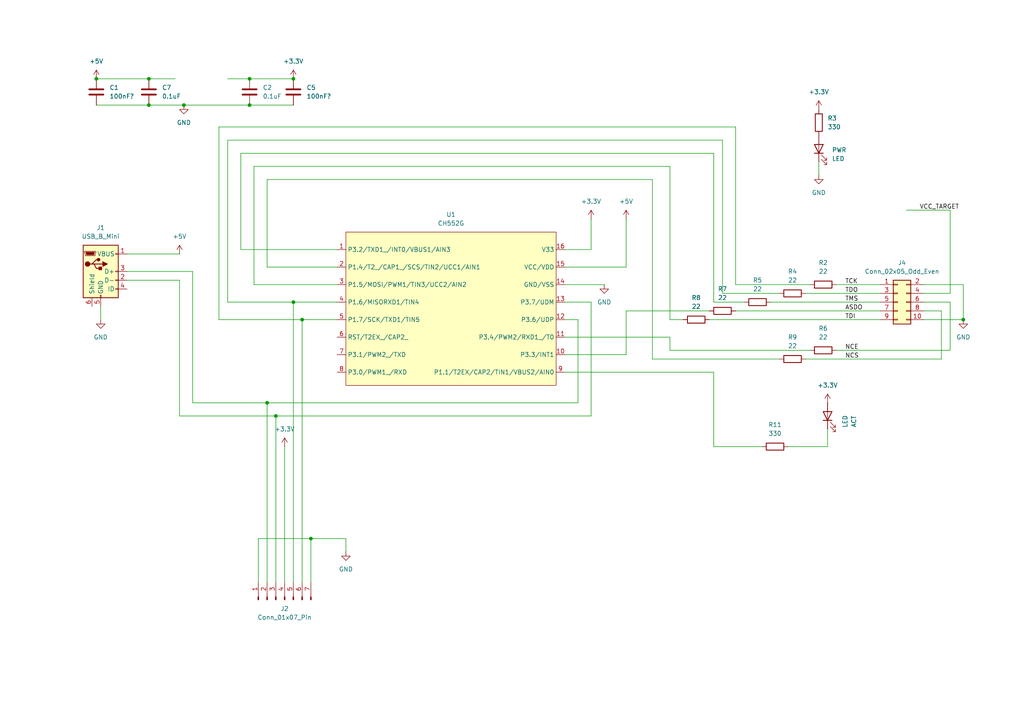
<source format=kicad_sch>
(kicad_sch (version 20250114) (generator "eeschema") (generator_version "9.0")
  (paper "A4")
  (lib_symbols
    (symbol "Connector:Conn_01x07_Pin" (pin_names (offset 1.016) (hide yes))
      (property "Reference" "J" (at 0 10.16 0))
      (property "Value" "Conn_01x07_Pin" (at 0 -10.16 0))
      (symbol "Conn_01x07_Pin_1_1"
        (rectangle (start 0.8636 7.747) (end 0 7.493) (stroke (width 0.1524)) (fill (type outline)))
        (rectangle (start 0.8636 5.207) (end 0 4.953) (stroke (width 0.1524)) (fill (type outline)))
        (rectangle (start 0.8636 2.667) (end 0 2.413) (stroke (width 0.1524)) (fill (type outline)))
        (rectangle (start 0.8636 0.127) (end 0 -0.127) (stroke (width 0.1524)) (fill (type outline)))
        (rectangle (start 0.8636 -2.413) (end 0 -2.667) (stroke (width 0.1524)) (fill (type outline)))
        (rectangle (start 0.8636 -4.953) (end 0 -5.207) (stroke (width 0.1524)) (fill (type outline)))
        (rectangle (start 0.8636 -7.493) (end 0 -7.747) (stroke (width 0.1524)) (fill (type outline)))
        (polyline (pts (xy 1.27 7.62) (xy 0.8636 7.62)) (stroke (width 0.1524)))
        (polyline (pts (xy 1.27 5.08) (xy 0.8636 5.08)) (stroke (width 0.1524)))
        (polyline (pts (xy 1.27 2.54) (xy 0.8636 2.54)) (stroke (width 0.1524)))
        (polyline (pts (xy 1.27 0) (xy 0.8636 0)) (stroke (width 0.1524)))
        (polyline (pts (xy 1.27 -2.54) (xy 0.8636 -2.54)) (stroke (width 0.1524)))
        (polyline (pts (xy 1.27 -5.08) (xy 0.8636 -5.08)) (stroke (width 0.1524)))
        (polyline (pts (xy 1.27 -7.62) (xy 0.8636 -7.62)) (stroke (width 0.1524)))
        (pin passive line (at 5.08 7.62 180) (length 3.81) (name "Pin_1") (number "1"))
        (pin passive line (at 5.08 5.08 180) (length 3.81) (name "Pin_2") (number "2"))
        (pin passive line (at 5.08 2.54 180) (length 3.81) (name "Pin_3") (number "3"))
        (pin passive line (at 5.08 0 180) (length 3.81) (name "Pin_4") (number "4"))
        (pin passive line (at 5.08 -2.54 180) (length 3.81) (name "Pin_5") (number "5"))
        (pin passive line (at 5.08 -5.08 180) (length 3.81) (name "Pin_6") (number "6"))
        (pin passive line (at 5.08 -7.62 180) (length 3.81) (name "Pin_7") (number "7"))
      )
    )
    (symbol "Connector:USB_B_Mini" (pin_names (offset 1.016))
      (property "Reference" "J" (at -5.08 11.43 0))
      (property "Value" "USB_B_Mini" (at -5.08 8.89 0))
      (symbol "USB_B_Mini_0_1"
        (rectangle (start -5.08 -7.62) (end 5.08 7.62) (stroke (width 0.254)) (fill (type background)))
        (polyline (pts (xy -4.699 5.842) (xy -4.699 5.588) (xy -4.445 4.826) (xy -4.445 4.572) (xy -1.651 4.572) (xy -1.651 4.826) (xy -1.397 5.588) (xy -1.397 5.842) (xy -4.699 5.842)))
        (polyline (pts (xy -4.318 5.588) (xy -1.778 5.588) (xy -2.032 4.826) (xy -4.064 4.826) (xy -4.318 5.588)) (fill (type outline)))
        (circle (center -3.81 2.159) (radius 0.635) (stroke (width 0.254)) (fill (type outline)))
        (polyline (pts (xy -3.175 2.159) (xy -2.54 2.159) (xy -1.27 3.429) (xy -0.635 3.429)) (stroke (width 0.254)))
        (polyline (pts (xy -2.54 2.159) (xy -1.905 2.159) (xy -1.27 0.889) (xy 0 0.889)) (stroke (width 0.254)))
        (polyline (pts (xy -1.905 2.159) (xy 0.635 2.159)) (stroke (width 0.254)))
        (circle (center -0.635 3.429) (radius 0.381) (stroke (width 0.254)) (fill (type outline)))
        (rectangle (start -0.127 -7.62) (end 0.127 -6.858))
        (rectangle (start 0.254 1.27) (end -0.508 0.508) (stroke (width 0.254)) (fill (type outline)))
        (polyline (pts (xy 0.635 2.794) (xy 0.635 1.524) (xy 1.905 2.159) (xy 0.635 2.794)) (stroke (width 0.254)) (fill (type outline)))
        (rectangle (start 5.08 4.953) (end 4.318 5.207))
        (rectangle (start 5.08 -0.127) (end 4.318 0.127))
        (rectangle (start 5.08 -2.667) (end 4.318 -2.413))
        (rectangle (start 5.08 -5.207) (end 4.318 -4.953))
      )
      (symbol "USB_B_Mini_1_1"
        (pin passive line (at -2.54 -10.16 90) (length 2.54) (name "Shield") (number "6"))
        (pin power_out line (at 0 -10.16 90) (length 2.54) (name "GND") (number "5"))
        (pin power_out line (at 7.62 5.08 180) (length 2.54) (name "VBUS") (number "1"))
        (pin bidirectional line (at 7.62 0 180) (length 2.54) (name "D+") (number "3"))
        (pin bidirectional line (at 7.62 -2.54 180) (length 2.54) (name "D-") (number "2"))
        (pin passive line (at 7.62 -5.08 180) (length 2.54) (name "ID") (number "4"))
      )
    )
    (symbol "Connector_Generic:Conn_02x05_Odd_Even" (pin_names (offset 1.016) (hide yes))
      (property "Reference" "J" (at 1.27 7.62 0))
      (property "Value" "Conn_02x05_Odd_Even" (at 1.27 -7.62 0))
      (symbol "Conn_02x05_Odd_Even_1_1"
        (rectangle (start -1.27 6.35) (end 3.81 -6.35) (stroke (width 0.254)) (fill (type background)))
        (rectangle (start -1.27 5.207) (end 0 4.953) (stroke (width 0.1524)))
        (rectangle (start -1.27 2.667) (end 0 2.413) (stroke (width 0.1524)))
        (rectangle (start -1.27 0.127) (end 0 -0.127) (stroke (width 0.1524)))
        (rectangle (start -1.27 -2.413) (end 0 -2.667) (stroke (width 0.1524)))
        (rectangle (start -1.27 -4.953) (end 0 -5.207) (stroke (width 0.1524)))
        (rectangle (start 3.81 5.207) (end 2.54 4.953) (stroke (width 0.1524)))
        (rectangle (start 3.81 2.667) (end 2.54 2.413) (stroke (width 0.1524)))
        (rectangle (start 3.81 0.127) (end 2.54 -0.127) (stroke (width 0.1524)))
        (rectangle (start 3.81 -2.413) (end 2.54 -2.667) (stroke (width 0.1524)))
        (rectangle (start 3.81 -4.953) (end 2.54 -5.207) (stroke (width 0.1524)))
        (pin passive line (at -5.08 5.08 0) (length 3.81) (name "Pin_1") (number "1"))
        (pin passive line (at -5.08 2.54 0) (length 3.81) (name "Pin_3") (number "3"))
        (pin passive line (at -5.08 0 0) (length 3.81) (name "Pin_5") (number "5"))
        (pin passive line (at -5.08 -2.54 0) (length 3.81) (name "Pin_7") (number "7"))
        (pin passive line (at -5.08 -5.08 0) (length 3.81) (name "Pin_9") (number "9"))
        (pin passive line (at 7.62 5.08 180) (length 3.81) (name "Pin_2") (number "2"))
        (pin passive line (at 7.62 2.54 180) (length 3.81) (name "Pin_4") (number "4"))
        (pin passive line (at 7.62 0 180) (length 3.81) (name "Pin_6") (number "6"))
        (pin passive line (at 7.62 -2.54 180) (length 3.81) (name "Pin_8") (number "8"))
        (pin passive line (at 7.62 -5.08 180) (length 3.81) (name "Pin_10") (number "10"))
      )
    )
    (symbol "Device:C" (pin_numbers (hide yes)) (pin_names (offset 0.254))
      (property "Reference" "C" (at 0.635 2.54 0))
      (property "Value" "C" (at 0.635 -2.54 0))
      (symbol "C_0_1"
        (polyline (pts (xy -2.032 0.762) (xy 2.032 0.762)) (stroke (width 0.508)))
        (polyline (pts (xy -2.032 -0.762) (xy 2.032 -0.762)) (stroke (width 0.508)))
      )
      (symbol "C_1_1"
        (pin passive line (at 0 3.81 270) (length 2.794) (name "~") (number "1"))
        (pin passive line (at 0 -3.81 90) (length 2.794) (name "~") (number "2"))
      )
    )
    (symbol "Device:LED" (pin_numbers (hide yes)) (pin_names (offset 1.016) (hide yes))
      (property "Reference" "D" (at 0 2.54 0))
      (property "Value" "LED" (at 0 -2.54 0))
      (symbol "LED_0_1"
        (polyline (pts (xy -3.048 -0.762) (xy -4.572 -2.286) (xy -3.81 -2.286) (xy -4.572 -2.286) (xy -4.572 -1.524)))
        (polyline (pts (xy -1.778 -0.762) (xy -3.302 -2.286) (xy -2.54 -2.286) (xy -3.302 -2.286) (xy -3.302 -1.524)))
        (polyline (pts (xy -1.27 0) (xy 1.27 0)))
        (polyline (pts (xy -1.27 -1.27) (xy -1.27 1.27)) (stroke (width 0.254)))
        (polyline (pts (xy 1.27 -1.27) (xy 1.27 1.27) (xy -1.27 0) (xy 1.27 -1.27)) (stroke (width 0.254)))
      )
      (symbol "LED_1_1"
        (pin passive line (at -3.81 0 0) (length 2.54) (name "K") (number "1"))
        (pin passive line (at 3.81 0 180) (length 2.54) (name "A") (number "2"))
      )
    )
    (symbol "Device:R" (pin_numbers (hide yes)) (pin_names (offset 0))
      (property "Reference" "R" (at 2.032 0 90))
      (property "Value" "R" (at 0 0 90))
      (symbol "R_0_1"
        (rectangle (start -1.016 -2.54) (end 1.016 2.54) (stroke (width 0.254)))
      )
      (symbol "R_1_1"
        (pin passive line (at 0 3.81 270) (length 1.27) (name "~") (number "1"))
        (pin passive line (at 0 -3.81 90) (length 1.27) (name "~") (number "2"))
      )
    )
    (symbol "power:+3.3V" (power) (pin_numbers (hide yes)) (pin_names (offset 0) (hide yes))
      (property "Value" "+3.3V" (at 0 3.556 0))
      (symbol "+3.3V_0_1"
        (polyline (pts (xy -0.762 1.27) (xy 0 2.54)))
        (polyline (pts (xy 0 2.54) (xy 0.762 1.27)))
        (polyline (pts (xy 0 0) (xy 0 2.54)))
      )
      (symbol "+3.3V_1_1"
        (pin power_in line (at 0 0 90) (length 0) (name "~") (number "1"))
      )
    )
    (symbol "power:+5V" (power) (pin_numbers (hide yes)) (pin_names (offset 0) (hide yes))
      (property "Value" "+5V" (at 0 3.556 0))
      (symbol "+5V_0_1"
        (polyline (pts (xy -0.762 1.27) (xy 0 2.54)))
        (polyline (pts (xy 0 2.54) (xy 0.762 1.27)))
        (polyline (pts (xy 0 0) (xy 0 2.54)))
      )
      (symbol "+5V_1_1"
        (pin power_in line (at 0 0 90) (length 0) (name "~") (number "1"))
      )
    )
    (symbol "power:GND" (power) (pin_numbers (hide yes)) (pin_names (offset 0) (hide yes))
      (property "Value" "GND" (at 0 -3.81 0))
      (symbol "GND_0_1"
        (polyline (pts (xy 0 0) (xy 0 -1.27) (xy 1.27 -1.27) (xy 0 -2.54) (xy -1.27 -1.27) (xy 0 -1.27)))
      )
      (symbol "GND_1_1"
        (pin power_in line (at 0 0 270) (length 0) (name "~") (number "1"))
      )
    )
    (symbol "wch-mcu:CH552G"
      (property "Reference" "U" (at 0 27.94 0))
      (property "Value" "CH552G" (at 0 30.48 0))
      (symbol "CH552G_0_1"
        (rectangle (start -30.48 25.4) (end 30.48 -19.05) (stroke (width 0.1524)) (fill (type background)))
      )
      (symbol "CH552G_1_1"
        (pin bidirectional line (at -33.02 20.32 0) (length 2.54) (name "P3.2/TXD1_/INT0/VBUS1/AIN3") (number "1"))
        (pin bidirectional line (at -33.02 15.24 0) (length 2.54) (name "P1.4/T2_/CAP1_/SCS/TIN2/UCC1/AIN1") (number "2"))
        (pin bidirectional line (at -33.02 10.16 0) (length 2.54) (name "P1.5/MOSI/PWM1/TIN3/UCC2/AIN2") (number "3"))
        (pin bidirectional line (at -33.02 5.08 0) (length 2.54) (name "P1.6/MISORXD1/TIN4") (number "4"))
        (pin bidirectional line (at -33.02 0 0) (length 2.54) (name "P1.7/SCK/TXD1/TIN5") (number "5"))
        (pin bidirectional line (at -33.02 -5.08 0) (length 2.54) (name "RST/T2EX_/CAP2_") (number "6"))
        (pin bidirectional line (at -33.02 -10.16 0) (length 2.54) (name "P3.1/PWM2_/TXD") (number "7"))
        (pin bidirectional line (at -33.02 -15.24 0) (length 2.54) (name "P3.0/PWM1_/RXD") (number "8"))
        (pin power_out line (at 33.02 20.32 180) (length 2.54) (name "V33") (number "16"))
        (pin power_in line (at 33.02 15.24 180) (length 2.54) (name "VCC/VDD") (number "15"))
        (pin passive line (at 33.02 10.16 180) (length 2.54) (name "GND/VSS") (number "14"))
        (pin bidirectional line (at 33.02 5.08 180) (length 2.54) (name "P3.7/UDM") (number "13"))
        (pin bidirectional line (at 33.02 0 180) (length 2.54) (name "P3.6/UDP") (number "12"))
        (pin bidirectional line (at 33.02 -5.08 180) (length 2.54) (name "P3.4/PWM2/RXD1_/T0") (number "11"))
        (pin bidirectional line (at 33.02 -10.16 180) (length 2.54) (name "P3.3/INT1") (number "10"))
        (pin bidirectional line (at 33.02 -15.24 180) (length 2.54) (name "P1.1/T2EX/CAP2/TIN1/VBUS2/AIN0") (number "9"))
      )
    )
  )
  (junction (at 85.09 87.63))
  (junction (at 90.17 156.21))
  (junction (at 27.94 22.86))
  (junction (at 85.09 22.86))
  (junction (at 43.18 30.48))
  (junction (at 53.34 30.48))
  (junction (at 279.4 92.71))
  (junction (at 72.39 22.86))
  (junction (at 87.63 92.71))
  (junction (at 77.47 116.84))
  (junction (at 80.01 120.65))
  (junction (at 43.18 22.86))
  (junction (at 72.39 30.48))
  (wire (pts (xy 267.97 82.55) (xy 279.4 82.55)))
  (wire (pts (xy 63.5 36.83) (xy 213.36 36.83)))
  (wire (pts (xy 167.64 92.71) (xy 163.83 92.71)))
  (wire (pts (xy 29.21 88.9) (xy 29.21 92.71)))
  (wire (pts (xy 77.47 116.84) (xy 167.64 116.84)))
  (wire (pts (xy 66.04 22.86) (xy 72.39 22.86)))
  (wire (pts (xy 87.63 92.71) (xy 63.5 92.71)))
  (wire (pts (xy 90.17 168.91) (xy 90.17 156.21)))
  (wire (pts (xy 223.52 87.63) (xy 255.27 87.63)))
  (wire (pts (xy 215.9 87.63) (xy 207.01 87.63)))
  (wire (pts (xy 69.85 44.45) (xy 69.85 72.39)))
  (wire (pts (xy 205.74 92.71) (xy 255.27 92.71)))
  (wire (pts (xy 171.45 87.63) (xy 171.45 120.65)))
  (wire (pts (xy 90.17 156.21) (xy 100.33 156.21)))
  (wire (pts (xy 69.85 72.39) (xy 97.79 72.39)))
  (wire (pts (xy 66.04 40.64) (xy 66.04 87.63)))
  (wire (pts (xy 27.94 22.86) (xy 43.18 22.86)))
  (wire (pts (xy 72.39 22.86) (xy 85.09 22.86)))
  (wire (pts (xy 267.97 87.63) (xy 275.59 87.63)))
  (wire (pts (xy 275.59 87.63) (xy 275.59 101.6)))
  (wire (pts (xy 85.09 168.91) (xy 85.09 87.63)))
  (wire (pts (xy 279.4 82.55) (xy 279.4 92.71)))
  (wire (pts (xy 262.89 60.96) (xy 275.59 60.96)))
  (wire (pts (xy 207.01 87.63) (xy 207.01 44.45)))
  (wire (pts (xy 74.93 156.21) (xy 90.17 156.21)))
  (wire (pts (xy 213.36 36.83) (xy 213.36 82.55)))
  (wire (pts (xy 77.47 77.47) (xy 77.47 52.07)))
  (wire (pts (xy 77.47 52.07) (xy 189.23 52.07)))
  (wire (pts (xy 194.31 92.71) (xy 194.31 48.26)))
  (wire (pts (xy 213.36 82.55) (xy 234.95 82.55)))
  (wire (pts (xy 80.01 120.65) (xy 80.01 168.91)))
  (wire (pts (xy 267.97 85.09) (xy 275.59 85.09)))
  (wire (pts (xy 171.45 120.65) (xy 80.01 120.65)))
  (wire (pts (xy 163.83 77.47) (xy 181.61 77.47)))
  (wire (pts (xy 82.55 129.54) (xy 82.55 168.91)))
  (wire (pts (xy 207.01 129.54) (xy 220.98 129.54)))
  (wire (pts (xy 63.5 92.71) (xy 63.5 36.83)))
  (wire (pts (xy 73.66 82.55) (xy 97.79 82.55)))
  (wire (pts (xy 213.36 90.17) (xy 255.27 90.17)))
  (wire (pts (xy 52.07 81.28) (xy 36.83 81.28)))
  (wire (pts (xy 228.6 129.54) (xy 240.03 129.54)))
  (wire (pts (xy 163.83 87.63) (xy 171.45 87.63)))
  (wire (pts (xy 275.59 85.09) (xy 275.59 60.96)))
  (wire (pts (xy 27.94 30.48) (xy 43.18 30.48)))
  (wire (pts (xy 194.31 101.6) (xy 234.95 101.6)))
  (wire (pts (xy 242.57 82.55) (xy 255.27 82.55)))
  (wire (pts (xy 36.83 78.74) (xy 55.88 78.74)))
  (wire (pts (xy 43.18 30.48) (xy 53.34 30.48)))
  (wire (pts (xy 52.07 120.65) (xy 52.07 81.28)))
  (wire (pts (xy 80.01 120.65) (xy 52.07 120.65)))
  (wire (pts (xy 273.05 90.17) (xy 273.05 104.14)))
  (wire (pts (xy 240.03 124.46) (xy 240.03 129.54)))
  (wire (pts (xy 55.88 116.84) (xy 77.47 116.84)))
  (wire (pts (xy 163.83 72.39) (xy 171.45 72.39)))
  (wire (pts (xy 72.39 30.48) (xy 85.09 30.48)))
  (wire (pts (xy 267.97 90.17) (xy 273.05 90.17)))
  (wire (pts (xy 85.09 87.63) (xy 97.79 87.63)))
  (wire (pts (xy 226.06 85.09) (xy 209.55 85.09)))
  (wire (pts (xy 194.31 97.79) (xy 194.31 101.6)))
  (wire (pts (xy 87.63 92.71) (xy 87.63 168.91)))
  (wire (pts (xy 73.66 48.26) (xy 73.66 82.55)))
  (wire (pts (xy 189.23 52.07) (xy 189.23 104.14)))
  (wire (pts (xy 77.47 116.84) (xy 77.47 168.91)))
  (wire (pts (xy 163.83 82.55) (xy 175.26 82.55)))
  (wire (pts (xy 181.61 102.87) (xy 163.83 102.87)))
  (wire (pts (xy 55.88 78.74) (xy 55.88 116.84)))
  (wire (pts (xy 97.79 77.47) (xy 77.47 77.47)))
  (wire (pts (xy 181.61 63.5) (xy 181.61 77.47)))
  (wire (pts (xy 163.83 107.95) (xy 207.01 107.95)))
  (wire (pts (xy 43.18 22.86) (xy 50.8 22.86)))
  (wire (pts (xy 194.31 48.26) (xy 73.66 48.26)))
  (wire (pts (xy 167.64 116.84) (xy 167.64 92.71)))
  (wire (pts (xy 171.45 63.5) (xy 171.45 72.39)))
  (wire (pts (xy 275.59 101.6) (xy 242.57 101.6)))
  (wire (pts (xy 198.12 92.71) (xy 194.31 92.71)))
  (wire (pts (xy 181.61 90.17) (xy 181.61 102.87)))
  (wire (pts (xy 100.33 156.21) (xy 100.33 160.02)))
  (wire (pts (xy 207.01 44.45) (xy 69.85 44.45)))
  (wire (pts (xy 267.97 92.71) (xy 279.4 92.71)))
  (wire (pts (xy 163.83 97.79) (xy 194.31 97.79)))
  (wire (pts (xy 237.49 46.99) (xy 237.49 50.8)))
  (wire (pts (xy 97.79 92.71) (xy 87.63 92.71)))
  (wire (pts (xy 273.05 104.14) (xy 233.68 104.14)))
  (wire (pts (xy 36.83 73.66) (xy 52.07 73.66)))
  (wire (pts (xy 209.55 85.09) (xy 209.55 40.64)))
  (wire (pts (xy 189.23 104.14) (xy 226.06 104.14)))
  (wire (pts (xy 66.04 87.63) (xy 85.09 87.63)))
  (wire (pts (xy 205.74 90.17) (xy 181.61 90.17)))
  (wire (pts (xy 233.68 85.09) (xy 255.27 85.09)))
  (wire (pts (xy 53.34 30.48) (xy 72.39 30.48)))
  (wire (pts (xy 209.55 40.64) (xy 66.04 40.64)))
  (wire (pts (xy 74.93 168.91) (xy 74.93 156.21)))
  (wire (pts (xy 207.01 107.95) (xy 207.01 129.54)))
  (label "VCC_TARGET" (at 266.7 60.96 0))
  (label "NCS" (at 245.11 104.14 0))
  (label "TDI" (at 245.11 92.71 0))
  (label "NCE" (at 245.11 101.6 0))
  (label "ASDO" (at 245.11 90.17 0))
  (label "TCK" (at 245.11 82.55 0))
  (label "TDO" (at 245.11 85.09 0))
  (label "TMS" (at 245.11 87.63 0))
  (symbol (lib_id "Device:LED") (at 240.03 120.65 90) (unit 1)
    (property "Reference" "ACT" (at 247.65 122.2375 0))
    (property "Value" "LED" (at 245.11 122.2375 0))
    (property "Description" "Light emitting diode" (effects (hide yes)))
    (property "Sim.Pins" "1=K 2=A" (effects (hide yes)))
  )
  (symbol (lib_id "Device:R") (at 229.87 85.09 90) (unit 1)
    (property "Reference" "R4" (at 229.87 78.74 90))
    (property "Value" "22" (at 229.87 81.28 90))
    (property "Description" "Resistor" (effects (hide yes)))
  )
  (symbol (lib_id "Connector:Conn_01x07_Pin") (at 82.55 173.99 90) (unit 1)
    (property "Reference" "J2" (at 82.55 176.53 90))
    (property "Value" "Conn_01x07_Pin" (at 82.55 179.07 90))
    (property "Description" "Generic connector, single row, 01x07, script generated" (effects (hide yes)))
  )
  (symbol (lib_id "wch-mcu:CH552G") (at 130.81 92.71 0) (unit 1)
    (property "Reference" "U1" (at 130.81 62.23 0))
    (property "Value" "CH552G" (at 130.81 64.77 0))
    (property "Footprint" "Package_SO:SOP-16_3.9x9.9mm_P1.27mm" (effects (hide yes)))
    (property "Datasheet" "https://www.wch-ic.com/downloads/CH552DS1.PDF.html?type=en" (effects (hide yes)))
    (property "Description" "Enhanced 8051 MCU" (effects (hide yes)))
  )
  (symbol (lib_id "power:+5V") (at 27.94 22.86 0) (unit 1)
    (property "Reference" "#PWR012" (effects (hide yes)))
    (property "Value" "+5V" (at 27.94 17.78 0))
    (property "Description" "Power symbol creates a global label with name \"+5V\"" (effects (hide yes)))
  )
  (symbol (lib_id "Connector:USB_B_Mini") (at 29.21 78.74 0) (unit 1)
    (property "Reference" "J1" (at 29.21 66.04 0))
    (property "Value" "USB_B_Mini" (at 29.21 68.58 0))
    (property "Description" "USB Mini Type B connector" (effects (hide yes)))
  )
  (symbol (lib_id "power:GND") (at 279.4 92.71 0) (unit 1)
    (property "Reference" "#PWR01" (effects (hide yes)))
    (property "Value" "GND" (at 279.4 97.79 0))
    (property "Description" "Power symbol creates a global label with name \"GND\" , ground" (effects (hide yes)))
  )
  (symbol (lib_id "power:+5V") (at 52.07 73.66 0) (unit 1)
    (property "Reference" "#PWR011" (effects (hide yes)))
    (property "Value" "+5V" (at 52.07 68.58 0))
    (property "Description" "Power symbol creates a global label with name \"+5V\"" (effects (hide yes)))
  )
  (symbol (lib_id "power:+3.3V") (at 240.03 116.84 0) (unit 1)
    (property "Reference" "#PWR05" (effects (hide yes)))
    (property "Value" "+3.3V" (at 240.03 111.76 0))
    (property "Description" "Power symbol creates a global label with name \"+3.3V\"" (effects (hide yes)))
  )
  (symbol (lib_id "Connector_Generic:Conn_02x05_Odd_Even") (at 260.35 87.63 0) (unit 1)
    (property "Reference" "J4" (at 261.62 76.2 0))
    (property "Value" "Conn_02x05_Odd_Even" (at 261.62 78.74 0))
    (property "Description" "Generic connector, double row, 02x05, odd/even pin numbering scheme (row 1 odd numbers, row 2 even numbers), script generated (kicad-library-utils/schlib/autogen/connector/)" (effects (hide yes)))
  )
  (symbol (lib_id "power:GND") (at 29.21 92.71 0) (unit 1)
    (property "Reference" "#PWR03" (effects (hide yes)))
    (property "Value" "GND" (at 29.21 97.79 0))
    (property "Description" "Power symbol creates a global label with name \"GND\" , ground" (effects (hide yes)))
  )
  (symbol (lib_id "power:+3.3V") (at 82.55 129.54 0) (unit 1)
    (property "Reference" "#PWR09" (effects (hide yes)))
    (property "Value" "+3.3V" (at 82.55 124.46 0))
    (property "Description" "Power symbol creates a global label with name \"+3.3V\"" (effects (hide yes)))
  )
  (symbol (lib_id "Device:R") (at 219.71 87.63 90) (unit 1)
    (property "Reference" "R5" (at 219.71 81.28 90))
    (property "Value" "22" (at 219.71 83.82 90))
    (property "Description" "Resistor" (effects (hide yes)))
  )
  (symbol (lib_id "Device:C") (at 43.18 26.67 0) (unit 1)
    (property "Reference" "C7" (at 46.99 25.3999 0) (effects (justify left)))
    (property "Value" "0.1uF" (at 46.99 27.9399 0) (effects (justify left)))
    (property "Description" "Unpolarized capacitor" (effects (hide yes)))
  )
  (symbol (lib_id "power:GND") (at 100.33 160.02 0) (unit 1)
    (property "Reference" "#PWR04" (effects (hide yes)))
    (property "Value" "GND" (at 100.33 165.1 0))
    (property "Description" "Power symbol creates a global label with name \"GND\" , ground" (effects (hide yes)))
  )
  (symbol (lib_id "Device:C") (at 85.09 26.67 0) (unit 1)
    (property "Reference" "C5" (at 88.9 25.3999 0) (effects (justify left)))
    (property "Value" "100nF?" (at 88.9 27.9399 0) (effects (justify left)))
    (property "Description" "Unpolarized capacitor" (effects (hide yes)))
  )
  (symbol (lib_id "Device:R") (at 201.93 92.71 90) (unit 1)
    (property "Reference" "R8" (at 201.93 86.36 90))
    (property "Value" "22" (at 201.93 88.9 90))
    (property "Description" "Resistor" (effects (hide yes)))
  )
  (symbol (lib_id "power:GND") (at 175.26 82.55 0) (unit 1)
    (property "Reference" "#PWR02" (effects (hide yes)))
    (property "Value" "GND" (at 175.26 87.63 0))
    (property "Description" "Power symbol creates a global label with name \"GND\" , ground" (effects (hide yes)))
  )
  (symbol (lib_id "power:+3.3V") (at 171.45 63.5 0) (unit 1)
    (property "Reference" "#PWR08" (effects (hide yes)))
    (property "Value" "+3.3V" (at 171.45 58.42 0))
    (property "Description" "Power symbol creates a global label with name \"+3.3V\"" (effects (hide yes)))
  )
  (symbol (lib_id "Device:LED") (at 237.49 43.18 90) (unit 1)
    (property "Reference" "PWR" (at 241.3 43.4974 90) (effects (justify right)))
    (property "Value" "LED" (at 241.3 46.0374 90) (effects (justify right)))
    (property "Description" "Light emitting diode" (effects (hide yes)))
    (property "Sim.Pins" "1=K 2=A" (effects (hide yes)))
  )
  (symbol (lib_id "power:+5V") (at 181.61 63.5 0) (unit 1)
    (property "Reference" "#PWR014" (effects (hide yes)))
    (property "Value" "+5V" (at 181.61 58.42 0))
    (property "Description" "Power symbol creates a global label with name \"+5V\"" (effects (hide yes)))
  )
  (symbol (lib_id "Device:R") (at 237.49 35.56 0) (unit 1)
    (property "Reference" "R3" (at 240.03 34.2899 0) (effects (justify left)))
    (property "Value" "330" (at 240.03 36.8299 0) (effects (justify left)))
    (property "Description" "Resistor" (effects (hide yes)))
  )
  (symbol (lib_id "Device:R") (at 238.76 82.55 90) (unit 1)
    (property "Reference" "R2" (at 238.76 76.2 90))
    (property "Value" "22" (at 238.76 78.74 90))
    (property "Description" "Resistor" (effects (hide yes)))
  )
  (symbol (lib_id "Device:C") (at 27.94 26.67 0) (unit 1)
    (property "Reference" "C1" (at 31.75 25.3999 0) (effects (justify left)))
    (property "Value" "100nF?" (at 31.75 27.9399 0) (effects (justify left)))
    (property "Description" "Unpolarized capacitor" (effects (hide yes)))
  )
  (symbol (lib_id "power:+3.3V") (at 237.49 31.75 0) (unit 1)
    (property "Reference" "#PWR06" (effects (hide yes)))
    (property "Value" "+3.3V" (at 237.49 26.67 0))
    (property "Description" "Power symbol creates a global label with name \"+3.3V\"" (effects (hide yes)))
  )
  (symbol (lib_id "Device:R") (at 229.87 104.14 90) (unit 1)
    (property "Reference" "R9" (at 229.87 97.79 90))
    (property "Value" "22" (at 229.87 100.33 90))
    (property "Description" "Resistor" (effects (hide yes)))
  )
  (symbol (lib_id "Device:C") (at 72.39 26.67 0) (unit 1)
    (property "Reference" "C2" (at 76.2 25.3999 0) (effects (justify left)))
    (property "Value" "0.1uF" (at 76.2 27.9399 0) (effects (justify left)))
    (property "Description" "Unpolarized capacitor" (effects (hide yes)))
  )
  (symbol (lib_id "Device:R") (at 238.76 101.6 90) (unit 1)
    (property "Reference" "R6" (at 238.76 95.25 90))
    (property "Value" "22" (at 238.76 97.79 90))
    (property "Description" "Resistor" (effects (hide yes)))
  )
  (symbol (lib_id "power:GND") (at 237.49 50.8 0) (unit 1)
    (property "Reference" "#PWR07" (effects (hide yes)))
    (property "Value" "GND" (at 237.49 55.88 0))
    (property "Description" "Power symbol creates a global label with name \"GND\" , ground" (effects (hide yes)))
  )
  (symbol (lib_id "Device:R") (at 224.79 129.54 90) (unit 1)
    (property "Reference" "R11" (at 224.79 123.19 90))
    (property "Value" "330" (at 224.79 125.73 90))
    (property "Description" "Resistor" (effects (hide yes)))
  )
  (symbol (lib_id "power:+3.3V") (at 85.09 22.86 0) (unit 1)
    (property "Reference" "#PWR013" (effects (hide yes)))
    (property "Value" "+3.3V" (at 85.09 17.78 0))
    (property "Description" "Power symbol creates a global label with name \"+3.3V\"" (effects (hide yes)))
  )
  (symbol (lib_id "Device:R") (at 209.55 90.17 90) (unit 1)
    (property "Reference" "R7" (at 209.55 83.82 90))
    (property "Value" "22" (at 209.55 86.36 90))
    (property "Description" "Resistor" (effects (hide yes)))
  )
  (symbol (lib_id "power:GND") (at 53.34 30.48 0) (unit 1)
    (property "Reference" "#PWR010" (effects (hide yes)))
    (property "Value" "GND" (at 53.34 35.56 0))
    (property "Description" "Power symbol creates a global label with name \"GND\" , ground" (effects (hide yes)))
  )
)
</source>
